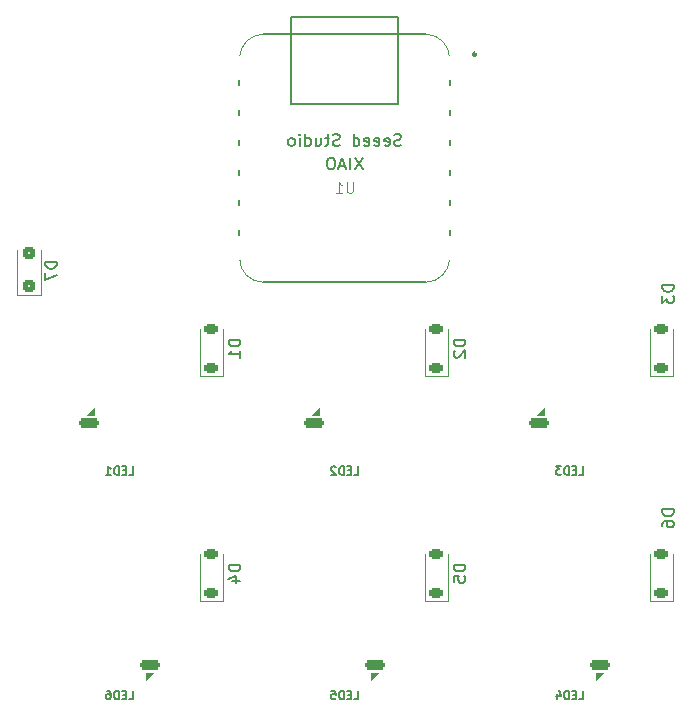
<source format=gbr>
%TF.GenerationSoftware,KiCad,Pcbnew,7.0.7*%
%TF.CreationDate,2023-09-20T23:35:26+09:00*%
%TF.ProjectId,Proto6,50726f74-6f36-42e6-9b69-6361645f7063,rev?*%
%TF.SameCoordinates,Original*%
%TF.FileFunction,Legend,Bot*%
%TF.FilePolarity,Positive*%
%FSLAX46Y46*%
G04 Gerber Fmt 4.6, Leading zero omitted, Abs format (unit mm)*
G04 Created by KiCad (PCBNEW 7.0.7) date 2023-09-20 23:35:26*
%MOMM*%
%LPD*%
G01*
G04 APERTURE LIST*
G04 Aperture macros list*
%AMRoundRect*
0 Rectangle with rounded corners*
0 $1 Rounding radius*
0 $2 $3 $4 $5 $6 $7 $8 $9 X,Y pos of 4 corners*
0 Add a 4 corners polygon primitive as box body*
4,1,4,$2,$3,$4,$5,$6,$7,$8,$9,$2,$3,0*
0 Add four circle primitives for the rounded corners*
1,1,$1+$1,$2,$3*
1,1,$1+$1,$4,$5*
1,1,$1+$1,$6,$7*
1,1,$1+$1,$8,$9*
0 Add four rect primitives between the rounded corners*
20,1,$1+$1,$2,$3,$4,$5,0*
20,1,$1+$1,$4,$5,$6,$7,0*
20,1,$1+$1,$6,$7,$8,$9,0*
20,1,$1+$1,$8,$9,$2,$3,0*%
G04 Aperture macros list end*
%ADD10C,0.150000*%
%ADD11C,0.101600*%
%ADD12C,0.100000*%
%ADD13C,0.120000*%
%ADD14C,0.127000*%
%ADD15C,0.254000*%
%ADD16C,0.025400*%
%ADD17R,2.000000X2.000000*%
%ADD18C,2.000000*%
%ADD19R,3.000000X2.500000*%
%ADD20C,1.701800*%
%ADD21C,3.987800*%
%ADD22C,2.300000*%
%ADD23R,1.700000X0.820000*%
%ADD24RoundRect,0.205000X-0.645000X-0.205000X0.645000X-0.205000X0.645000X0.205000X-0.645000X0.205000X0*%
%ADD25RoundRect,0.205000X0.645000X0.205000X-0.645000X0.205000X-0.645000X-0.205000X0.645000X-0.205000X0*%
%ADD26RoundRect,0.225000X0.375000X-0.225000X0.375000X0.225000X-0.375000X0.225000X-0.375000X-0.225000X0*%
%ADD27RoundRect,0.250000X0.300000X-0.300000X0.300000X0.300000X-0.300000X0.300000X-0.300000X-0.300000X0*%
%ADD28R,3.000000X2.000000*%
%ADD29C,1.500000*%
%ADD30R,1.300000X2.300000*%
G04 APERTURE END LIST*
D10*
X76983333Y-103941033D02*
X77316666Y-103941033D01*
X77316666Y-103941033D02*
X77316666Y-103241033D01*
X76749999Y-103574366D02*
X76516666Y-103574366D01*
X76416666Y-103941033D02*
X76749999Y-103941033D01*
X76749999Y-103941033D02*
X76749999Y-103241033D01*
X76749999Y-103241033D02*
X76416666Y-103241033D01*
X76116666Y-103941033D02*
X76116666Y-103241033D01*
X76116666Y-103241033D02*
X75949999Y-103241033D01*
X75949999Y-103241033D02*
X75849999Y-103274366D01*
X75849999Y-103274366D02*
X75783333Y-103341033D01*
X75783333Y-103341033D02*
X75749999Y-103407700D01*
X75749999Y-103407700D02*
X75716666Y-103541033D01*
X75716666Y-103541033D02*
X75716666Y-103641033D01*
X75716666Y-103641033D02*
X75749999Y-103774366D01*
X75749999Y-103774366D02*
X75783333Y-103841033D01*
X75783333Y-103841033D02*
X75849999Y-103907700D01*
X75849999Y-103907700D02*
X75949999Y-103941033D01*
X75949999Y-103941033D02*
X76116666Y-103941033D01*
X75083333Y-103241033D02*
X75416666Y-103241033D01*
X75416666Y-103241033D02*
X75449999Y-103574366D01*
X75449999Y-103574366D02*
X75416666Y-103541033D01*
X75416666Y-103541033D02*
X75349999Y-103507700D01*
X75349999Y-103507700D02*
X75183333Y-103507700D01*
X75183333Y-103507700D02*
X75116666Y-103541033D01*
X75116666Y-103541033D02*
X75083333Y-103574366D01*
X75083333Y-103574366D02*
X75049999Y-103641033D01*
X75049999Y-103641033D02*
X75049999Y-103807700D01*
X75049999Y-103807700D02*
X75083333Y-103874366D01*
X75083333Y-103874366D02*
X75116666Y-103907700D01*
X75116666Y-103907700D02*
X75183333Y-103941033D01*
X75183333Y-103941033D02*
X75349999Y-103941033D01*
X75349999Y-103941033D02*
X75416666Y-103907700D01*
X75416666Y-103907700D02*
X75449999Y-103874366D01*
X76983333Y-84941033D02*
X77316666Y-84941033D01*
X77316666Y-84941033D02*
X77316666Y-84241033D01*
X76749999Y-84574366D02*
X76516666Y-84574366D01*
X76416666Y-84941033D02*
X76749999Y-84941033D01*
X76749999Y-84941033D02*
X76749999Y-84241033D01*
X76749999Y-84241033D02*
X76416666Y-84241033D01*
X76116666Y-84941033D02*
X76116666Y-84241033D01*
X76116666Y-84241033D02*
X75949999Y-84241033D01*
X75949999Y-84241033D02*
X75849999Y-84274366D01*
X75849999Y-84274366D02*
X75783333Y-84341033D01*
X75783333Y-84341033D02*
X75749999Y-84407700D01*
X75749999Y-84407700D02*
X75716666Y-84541033D01*
X75716666Y-84541033D02*
X75716666Y-84641033D01*
X75716666Y-84641033D02*
X75749999Y-84774366D01*
X75749999Y-84774366D02*
X75783333Y-84841033D01*
X75783333Y-84841033D02*
X75849999Y-84907700D01*
X75849999Y-84907700D02*
X75949999Y-84941033D01*
X75949999Y-84941033D02*
X76116666Y-84941033D01*
X75449999Y-84307700D02*
X75416666Y-84274366D01*
X75416666Y-84274366D02*
X75349999Y-84241033D01*
X75349999Y-84241033D02*
X75183333Y-84241033D01*
X75183333Y-84241033D02*
X75116666Y-84274366D01*
X75116666Y-84274366D02*
X75083333Y-84307700D01*
X75083333Y-84307700D02*
X75049999Y-84374366D01*
X75049999Y-84374366D02*
X75049999Y-84441033D01*
X75049999Y-84441033D02*
X75083333Y-84541033D01*
X75083333Y-84541033D02*
X75483333Y-84941033D01*
X75483333Y-84941033D02*
X75049999Y-84941033D01*
X57933333Y-103941033D02*
X58266666Y-103941033D01*
X58266666Y-103941033D02*
X58266666Y-103241033D01*
X57699999Y-103574366D02*
X57466666Y-103574366D01*
X57366666Y-103941033D02*
X57699999Y-103941033D01*
X57699999Y-103941033D02*
X57699999Y-103241033D01*
X57699999Y-103241033D02*
X57366666Y-103241033D01*
X57066666Y-103941033D02*
X57066666Y-103241033D01*
X57066666Y-103241033D02*
X56899999Y-103241033D01*
X56899999Y-103241033D02*
X56799999Y-103274366D01*
X56799999Y-103274366D02*
X56733333Y-103341033D01*
X56733333Y-103341033D02*
X56699999Y-103407700D01*
X56699999Y-103407700D02*
X56666666Y-103541033D01*
X56666666Y-103541033D02*
X56666666Y-103641033D01*
X56666666Y-103641033D02*
X56699999Y-103774366D01*
X56699999Y-103774366D02*
X56733333Y-103841033D01*
X56733333Y-103841033D02*
X56799999Y-103907700D01*
X56799999Y-103907700D02*
X56899999Y-103941033D01*
X56899999Y-103941033D02*
X57066666Y-103941033D01*
X56066666Y-103241033D02*
X56199999Y-103241033D01*
X56199999Y-103241033D02*
X56266666Y-103274366D01*
X56266666Y-103274366D02*
X56299999Y-103307700D01*
X56299999Y-103307700D02*
X56366666Y-103407700D01*
X56366666Y-103407700D02*
X56399999Y-103541033D01*
X56399999Y-103541033D02*
X56399999Y-103807700D01*
X56399999Y-103807700D02*
X56366666Y-103874366D01*
X56366666Y-103874366D02*
X56333333Y-103907700D01*
X56333333Y-103907700D02*
X56266666Y-103941033D01*
X56266666Y-103941033D02*
X56133333Y-103941033D01*
X56133333Y-103941033D02*
X56066666Y-103907700D01*
X56066666Y-103907700D02*
X56033333Y-103874366D01*
X56033333Y-103874366D02*
X55999999Y-103807700D01*
X55999999Y-103807700D02*
X55999999Y-103641033D01*
X55999999Y-103641033D02*
X56033333Y-103574366D01*
X56033333Y-103574366D02*
X56066666Y-103541033D01*
X56066666Y-103541033D02*
X56133333Y-103507700D01*
X56133333Y-103507700D02*
X56266666Y-103507700D01*
X56266666Y-103507700D02*
X56333333Y-103541033D01*
X56333333Y-103541033D02*
X56366666Y-103574366D01*
X56366666Y-103574366D02*
X56399999Y-103641033D01*
X104079819Y-87886905D02*
X103079819Y-87886905D01*
X103079819Y-87886905D02*
X103079819Y-88125000D01*
X103079819Y-88125000D02*
X103127438Y-88267857D01*
X103127438Y-88267857D02*
X103222676Y-88363095D01*
X103222676Y-88363095D02*
X103317914Y-88410714D01*
X103317914Y-88410714D02*
X103508390Y-88458333D01*
X103508390Y-88458333D02*
X103651247Y-88458333D01*
X103651247Y-88458333D02*
X103841723Y-88410714D01*
X103841723Y-88410714D02*
X103936961Y-88363095D01*
X103936961Y-88363095D02*
X104032200Y-88267857D01*
X104032200Y-88267857D02*
X104079819Y-88125000D01*
X104079819Y-88125000D02*
X104079819Y-87886905D01*
X103079819Y-89315476D02*
X103079819Y-89125000D01*
X103079819Y-89125000D02*
X103127438Y-89029762D01*
X103127438Y-89029762D02*
X103175057Y-88982143D01*
X103175057Y-88982143D02*
X103317914Y-88886905D01*
X103317914Y-88886905D02*
X103508390Y-88839286D01*
X103508390Y-88839286D02*
X103889342Y-88839286D01*
X103889342Y-88839286D02*
X103984580Y-88886905D01*
X103984580Y-88886905D02*
X104032200Y-88934524D01*
X104032200Y-88934524D02*
X104079819Y-89029762D01*
X104079819Y-89029762D02*
X104079819Y-89220238D01*
X104079819Y-89220238D02*
X104032200Y-89315476D01*
X104032200Y-89315476D02*
X103984580Y-89363095D01*
X103984580Y-89363095D02*
X103889342Y-89410714D01*
X103889342Y-89410714D02*
X103651247Y-89410714D01*
X103651247Y-89410714D02*
X103556009Y-89363095D01*
X103556009Y-89363095D02*
X103508390Y-89315476D01*
X103508390Y-89315476D02*
X103460771Y-89220238D01*
X103460771Y-89220238D02*
X103460771Y-89029762D01*
X103460771Y-89029762D02*
X103508390Y-88934524D01*
X103508390Y-88934524D02*
X103556009Y-88886905D01*
X103556009Y-88886905D02*
X103651247Y-88839286D01*
X67374819Y-92561905D02*
X66374819Y-92561905D01*
X66374819Y-92561905D02*
X66374819Y-92800000D01*
X66374819Y-92800000D02*
X66422438Y-92942857D01*
X66422438Y-92942857D02*
X66517676Y-93038095D01*
X66517676Y-93038095D02*
X66612914Y-93085714D01*
X66612914Y-93085714D02*
X66803390Y-93133333D01*
X66803390Y-93133333D02*
X66946247Y-93133333D01*
X66946247Y-93133333D02*
X67136723Y-93085714D01*
X67136723Y-93085714D02*
X67231961Y-93038095D01*
X67231961Y-93038095D02*
X67327200Y-92942857D01*
X67327200Y-92942857D02*
X67374819Y-92800000D01*
X67374819Y-92800000D02*
X67374819Y-92561905D01*
X66708152Y-93990476D02*
X67374819Y-93990476D01*
X66327200Y-93752381D02*
X67041485Y-93514286D01*
X67041485Y-93514286D02*
X67041485Y-94133333D01*
X51839819Y-66926405D02*
X50839819Y-66926405D01*
X50839819Y-66926405D02*
X50839819Y-67164500D01*
X50839819Y-67164500D02*
X50887438Y-67307357D01*
X50887438Y-67307357D02*
X50982676Y-67402595D01*
X50982676Y-67402595D02*
X51077914Y-67450214D01*
X51077914Y-67450214D02*
X51268390Y-67497833D01*
X51268390Y-67497833D02*
X51411247Y-67497833D01*
X51411247Y-67497833D02*
X51601723Y-67450214D01*
X51601723Y-67450214D02*
X51696961Y-67402595D01*
X51696961Y-67402595D02*
X51792200Y-67307357D01*
X51792200Y-67307357D02*
X51839819Y-67164500D01*
X51839819Y-67164500D02*
X51839819Y-66926405D01*
X50839819Y-67831167D02*
X50839819Y-68497833D01*
X50839819Y-68497833D02*
X51839819Y-68069262D01*
X96033333Y-84941033D02*
X96366666Y-84941033D01*
X96366666Y-84941033D02*
X96366666Y-84241033D01*
X95799999Y-84574366D02*
X95566666Y-84574366D01*
X95466666Y-84941033D02*
X95799999Y-84941033D01*
X95799999Y-84941033D02*
X95799999Y-84241033D01*
X95799999Y-84241033D02*
X95466666Y-84241033D01*
X95166666Y-84941033D02*
X95166666Y-84241033D01*
X95166666Y-84241033D02*
X94999999Y-84241033D01*
X94999999Y-84241033D02*
X94899999Y-84274366D01*
X94899999Y-84274366D02*
X94833333Y-84341033D01*
X94833333Y-84341033D02*
X94799999Y-84407700D01*
X94799999Y-84407700D02*
X94766666Y-84541033D01*
X94766666Y-84541033D02*
X94766666Y-84641033D01*
X94766666Y-84641033D02*
X94799999Y-84774366D01*
X94799999Y-84774366D02*
X94833333Y-84841033D01*
X94833333Y-84841033D02*
X94899999Y-84907700D01*
X94899999Y-84907700D02*
X94999999Y-84941033D01*
X94999999Y-84941033D02*
X95166666Y-84941033D01*
X94533333Y-84241033D02*
X94099999Y-84241033D01*
X94099999Y-84241033D02*
X94333333Y-84507700D01*
X94333333Y-84507700D02*
X94233333Y-84507700D01*
X94233333Y-84507700D02*
X94166666Y-84541033D01*
X94166666Y-84541033D02*
X94133333Y-84574366D01*
X94133333Y-84574366D02*
X94099999Y-84641033D01*
X94099999Y-84641033D02*
X94099999Y-84807700D01*
X94099999Y-84807700D02*
X94133333Y-84874366D01*
X94133333Y-84874366D02*
X94166666Y-84907700D01*
X94166666Y-84907700D02*
X94233333Y-84941033D01*
X94233333Y-84941033D02*
X94433333Y-84941033D01*
X94433333Y-84941033D02*
X94499999Y-84907700D01*
X94499999Y-84907700D02*
X94533333Y-84874366D01*
X104079819Y-68886905D02*
X103079819Y-68886905D01*
X103079819Y-68886905D02*
X103079819Y-69125000D01*
X103079819Y-69125000D02*
X103127438Y-69267857D01*
X103127438Y-69267857D02*
X103222676Y-69363095D01*
X103222676Y-69363095D02*
X103317914Y-69410714D01*
X103317914Y-69410714D02*
X103508390Y-69458333D01*
X103508390Y-69458333D02*
X103651247Y-69458333D01*
X103651247Y-69458333D02*
X103841723Y-69410714D01*
X103841723Y-69410714D02*
X103936961Y-69363095D01*
X103936961Y-69363095D02*
X104032200Y-69267857D01*
X104032200Y-69267857D02*
X104079819Y-69125000D01*
X104079819Y-69125000D02*
X104079819Y-68886905D01*
X103079819Y-69791667D02*
X103079819Y-70410714D01*
X103079819Y-70410714D02*
X103460771Y-70077381D01*
X103460771Y-70077381D02*
X103460771Y-70220238D01*
X103460771Y-70220238D02*
X103508390Y-70315476D01*
X103508390Y-70315476D02*
X103556009Y-70363095D01*
X103556009Y-70363095D02*
X103651247Y-70410714D01*
X103651247Y-70410714D02*
X103889342Y-70410714D01*
X103889342Y-70410714D02*
X103984580Y-70363095D01*
X103984580Y-70363095D02*
X104032200Y-70315476D01*
X104032200Y-70315476D02*
X104079819Y-70220238D01*
X104079819Y-70220238D02*
X104079819Y-69934524D01*
X104079819Y-69934524D02*
X104032200Y-69839286D01*
X104032200Y-69839286D02*
X103984580Y-69791667D01*
X96033333Y-103941033D02*
X96366666Y-103941033D01*
X96366666Y-103941033D02*
X96366666Y-103241033D01*
X95799999Y-103574366D02*
X95566666Y-103574366D01*
X95466666Y-103941033D02*
X95799999Y-103941033D01*
X95799999Y-103941033D02*
X95799999Y-103241033D01*
X95799999Y-103241033D02*
X95466666Y-103241033D01*
X95166666Y-103941033D02*
X95166666Y-103241033D01*
X95166666Y-103241033D02*
X94999999Y-103241033D01*
X94999999Y-103241033D02*
X94899999Y-103274366D01*
X94899999Y-103274366D02*
X94833333Y-103341033D01*
X94833333Y-103341033D02*
X94799999Y-103407700D01*
X94799999Y-103407700D02*
X94766666Y-103541033D01*
X94766666Y-103541033D02*
X94766666Y-103641033D01*
X94766666Y-103641033D02*
X94799999Y-103774366D01*
X94799999Y-103774366D02*
X94833333Y-103841033D01*
X94833333Y-103841033D02*
X94899999Y-103907700D01*
X94899999Y-103907700D02*
X94999999Y-103941033D01*
X94999999Y-103941033D02*
X95166666Y-103941033D01*
X94166666Y-103474366D02*
X94166666Y-103941033D01*
X94333333Y-103207700D02*
X94499999Y-103707700D01*
X94499999Y-103707700D02*
X94066666Y-103707700D01*
X86424819Y-92561905D02*
X85424819Y-92561905D01*
X85424819Y-92561905D02*
X85424819Y-92800000D01*
X85424819Y-92800000D02*
X85472438Y-92942857D01*
X85472438Y-92942857D02*
X85567676Y-93038095D01*
X85567676Y-93038095D02*
X85662914Y-93085714D01*
X85662914Y-93085714D02*
X85853390Y-93133333D01*
X85853390Y-93133333D02*
X85996247Y-93133333D01*
X85996247Y-93133333D02*
X86186723Y-93085714D01*
X86186723Y-93085714D02*
X86281961Y-93038095D01*
X86281961Y-93038095D02*
X86377200Y-92942857D01*
X86377200Y-92942857D02*
X86424819Y-92800000D01*
X86424819Y-92800000D02*
X86424819Y-92561905D01*
X85424819Y-94038095D02*
X85424819Y-93561905D01*
X85424819Y-93561905D02*
X85901009Y-93514286D01*
X85901009Y-93514286D02*
X85853390Y-93561905D01*
X85853390Y-93561905D02*
X85805771Y-93657143D01*
X85805771Y-93657143D02*
X85805771Y-93895238D01*
X85805771Y-93895238D02*
X85853390Y-93990476D01*
X85853390Y-93990476D02*
X85901009Y-94038095D01*
X85901009Y-94038095D02*
X85996247Y-94085714D01*
X85996247Y-94085714D02*
X86234342Y-94085714D01*
X86234342Y-94085714D02*
X86329580Y-94038095D01*
X86329580Y-94038095D02*
X86377200Y-93990476D01*
X86377200Y-93990476D02*
X86424819Y-93895238D01*
X86424819Y-93895238D02*
X86424819Y-93657143D01*
X86424819Y-93657143D02*
X86377200Y-93561905D01*
X86377200Y-93561905D02*
X86329580Y-93514286D01*
D11*
X76877333Y-60206985D02*
X76877333Y-60926652D01*
X76877333Y-60926652D02*
X76835000Y-61011318D01*
X76835000Y-61011318D02*
X76792666Y-61053652D01*
X76792666Y-61053652D02*
X76708000Y-61095985D01*
X76708000Y-61095985D02*
X76538666Y-61095985D01*
X76538666Y-61095985D02*
X76454000Y-61053652D01*
X76454000Y-61053652D02*
X76411666Y-61011318D01*
X76411666Y-61011318D02*
X76369333Y-60926652D01*
X76369333Y-60926652D02*
X76369333Y-60206985D01*
X75480333Y-61095985D02*
X75988333Y-61095985D01*
X75734333Y-61095985D02*
X75734333Y-60206985D01*
X75734333Y-60206985D02*
X75819000Y-60333985D01*
X75819000Y-60333985D02*
X75903667Y-60418652D01*
X75903667Y-60418652D02*
X75988333Y-60460985D01*
D10*
X77723808Y-58104819D02*
X77057142Y-59104819D01*
X77057142Y-58104819D02*
X77723808Y-59104819D01*
X76676189Y-59104819D02*
X76676189Y-58104819D01*
X76247618Y-58819104D02*
X75771428Y-58819104D01*
X76342856Y-59104819D02*
X76009523Y-58104819D01*
X76009523Y-58104819D02*
X75676190Y-59104819D01*
X75152380Y-58104819D02*
X74961904Y-58104819D01*
X74961904Y-58104819D02*
X74866666Y-58152438D01*
X74866666Y-58152438D02*
X74771428Y-58247676D01*
X74771428Y-58247676D02*
X74723809Y-58438152D01*
X74723809Y-58438152D02*
X74723809Y-58771485D01*
X74723809Y-58771485D02*
X74771428Y-58961961D01*
X74771428Y-58961961D02*
X74866666Y-59057200D01*
X74866666Y-59057200D02*
X74961904Y-59104819D01*
X74961904Y-59104819D02*
X75152380Y-59104819D01*
X75152380Y-59104819D02*
X75247618Y-59057200D01*
X75247618Y-59057200D02*
X75342856Y-58961961D01*
X75342856Y-58961961D02*
X75390475Y-58771485D01*
X75390475Y-58771485D02*
X75390475Y-58438152D01*
X75390475Y-58438152D02*
X75342856Y-58247676D01*
X75342856Y-58247676D02*
X75247618Y-58152438D01*
X75247618Y-58152438D02*
X75152380Y-58104819D01*
X80961904Y-57057200D02*
X80819047Y-57104819D01*
X80819047Y-57104819D02*
X80580952Y-57104819D01*
X80580952Y-57104819D02*
X80485714Y-57057200D01*
X80485714Y-57057200D02*
X80438095Y-57009580D01*
X80438095Y-57009580D02*
X80390476Y-56914342D01*
X80390476Y-56914342D02*
X80390476Y-56819104D01*
X80390476Y-56819104D02*
X80438095Y-56723866D01*
X80438095Y-56723866D02*
X80485714Y-56676247D01*
X80485714Y-56676247D02*
X80580952Y-56628628D01*
X80580952Y-56628628D02*
X80771428Y-56581009D01*
X80771428Y-56581009D02*
X80866666Y-56533390D01*
X80866666Y-56533390D02*
X80914285Y-56485771D01*
X80914285Y-56485771D02*
X80961904Y-56390533D01*
X80961904Y-56390533D02*
X80961904Y-56295295D01*
X80961904Y-56295295D02*
X80914285Y-56200057D01*
X80914285Y-56200057D02*
X80866666Y-56152438D01*
X80866666Y-56152438D02*
X80771428Y-56104819D01*
X80771428Y-56104819D02*
X80533333Y-56104819D01*
X80533333Y-56104819D02*
X80390476Y-56152438D01*
X79580952Y-57057200D02*
X79676190Y-57104819D01*
X79676190Y-57104819D02*
X79866666Y-57104819D01*
X79866666Y-57104819D02*
X79961904Y-57057200D01*
X79961904Y-57057200D02*
X80009523Y-56961961D01*
X80009523Y-56961961D02*
X80009523Y-56581009D01*
X80009523Y-56581009D02*
X79961904Y-56485771D01*
X79961904Y-56485771D02*
X79866666Y-56438152D01*
X79866666Y-56438152D02*
X79676190Y-56438152D01*
X79676190Y-56438152D02*
X79580952Y-56485771D01*
X79580952Y-56485771D02*
X79533333Y-56581009D01*
X79533333Y-56581009D02*
X79533333Y-56676247D01*
X79533333Y-56676247D02*
X80009523Y-56771485D01*
X78723809Y-57057200D02*
X78819047Y-57104819D01*
X78819047Y-57104819D02*
X79009523Y-57104819D01*
X79009523Y-57104819D02*
X79104761Y-57057200D01*
X79104761Y-57057200D02*
X79152380Y-56961961D01*
X79152380Y-56961961D02*
X79152380Y-56581009D01*
X79152380Y-56581009D02*
X79104761Y-56485771D01*
X79104761Y-56485771D02*
X79009523Y-56438152D01*
X79009523Y-56438152D02*
X78819047Y-56438152D01*
X78819047Y-56438152D02*
X78723809Y-56485771D01*
X78723809Y-56485771D02*
X78676190Y-56581009D01*
X78676190Y-56581009D02*
X78676190Y-56676247D01*
X78676190Y-56676247D02*
X79152380Y-56771485D01*
X77866666Y-57057200D02*
X77961904Y-57104819D01*
X77961904Y-57104819D02*
X78152380Y-57104819D01*
X78152380Y-57104819D02*
X78247618Y-57057200D01*
X78247618Y-57057200D02*
X78295237Y-56961961D01*
X78295237Y-56961961D02*
X78295237Y-56581009D01*
X78295237Y-56581009D02*
X78247618Y-56485771D01*
X78247618Y-56485771D02*
X78152380Y-56438152D01*
X78152380Y-56438152D02*
X77961904Y-56438152D01*
X77961904Y-56438152D02*
X77866666Y-56485771D01*
X77866666Y-56485771D02*
X77819047Y-56581009D01*
X77819047Y-56581009D02*
X77819047Y-56676247D01*
X77819047Y-56676247D02*
X78295237Y-56771485D01*
X76961904Y-57104819D02*
X76961904Y-56104819D01*
X76961904Y-57057200D02*
X77057142Y-57104819D01*
X77057142Y-57104819D02*
X77247618Y-57104819D01*
X77247618Y-57104819D02*
X77342856Y-57057200D01*
X77342856Y-57057200D02*
X77390475Y-57009580D01*
X77390475Y-57009580D02*
X77438094Y-56914342D01*
X77438094Y-56914342D02*
X77438094Y-56628628D01*
X77438094Y-56628628D02*
X77390475Y-56533390D01*
X77390475Y-56533390D02*
X77342856Y-56485771D01*
X77342856Y-56485771D02*
X77247618Y-56438152D01*
X77247618Y-56438152D02*
X77057142Y-56438152D01*
X77057142Y-56438152D02*
X76961904Y-56485771D01*
X75771427Y-57057200D02*
X75628570Y-57104819D01*
X75628570Y-57104819D02*
X75390475Y-57104819D01*
X75390475Y-57104819D02*
X75295237Y-57057200D01*
X75295237Y-57057200D02*
X75247618Y-57009580D01*
X75247618Y-57009580D02*
X75199999Y-56914342D01*
X75199999Y-56914342D02*
X75199999Y-56819104D01*
X75199999Y-56819104D02*
X75247618Y-56723866D01*
X75247618Y-56723866D02*
X75295237Y-56676247D01*
X75295237Y-56676247D02*
X75390475Y-56628628D01*
X75390475Y-56628628D02*
X75580951Y-56581009D01*
X75580951Y-56581009D02*
X75676189Y-56533390D01*
X75676189Y-56533390D02*
X75723808Y-56485771D01*
X75723808Y-56485771D02*
X75771427Y-56390533D01*
X75771427Y-56390533D02*
X75771427Y-56295295D01*
X75771427Y-56295295D02*
X75723808Y-56200057D01*
X75723808Y-56200057D02*
X75676189Y-56152438D01*
X75676189Y-56152438D02*
X75580951Y-56104819D01*
X75580951Y-56104819D02*
X75342856Y-56104819D01*
X75342856Y-56104819D02*
X75199999Y-56152438D01*
X74914284Y-56438152D02*
X74533332Y-56438152D01*
X74771427Y-56104819D02*
X74771427Y-56961961D01*
X74771427Y-56961961D02*
X74723808Y-57057200D01*
X74723808Y-57057200D02*
X74628570Y-57104819D01*
X74628570Y-57104819D02*
X74533332Y-57104819D01*
X73771427Y-56438152D02*
X73771427Y-57104819D01*
X74199998Y-56438152D02*
X74199998Y-56961961D01*
X74199998Y-56961961D02*
X74152379Y-57057200D01*
X74152379Y-57057200D02*
X74057141Y-57104819D01*
X74057141Y-57104819D02*
X73914284Y-57104819D01*
X73914284Y-57104819D02*
X73819046Y-57057200D01*
X73819046Y-57057200D02*
X73771427Y-57009580D01*
X72866665Y-57104819D02*
X72866665Y-56104819D01*
X72866665Y-57057200D02*
X72961903Y-57104819D01*
X72961903Y-57104819D02*
X73152379Y-57104819D01*
X73152379Y-57104819D02*
X73247617Y-57057200D01*
X73247617Y-57057200D02*
X73295236Y-57009580D01*
X73295236Y-57009580D02*
X73342855Y-56914342D01*
X73342855Y-56914342D02*
X73342855Y-56628628D01*
X73342855Y-56628628D02*
X73295236Y-56533390D01*
X73295236Y-56533390D02*
X73247617Y-56485771D01*
X73247617Y-56485771D02*
X73152379Y-56438152D01*
X73152379Y-56438152D02*
X72961903Y-56438152D01*
X72961903Y-56438152D02*
X72866665Y-56485771D01*
X72390474Y-57104819D02*
X72390474Y-56438152D01*
X72390474Y-56104819D02*
X72438093Y-56152438D01*
X72438093Y-56152438D02*
X72390474Y-56200057D01*
X72390474Y-56200057D02*
X72342855Y-56152438D01*
X72342855Y-56152438D02*
X72390474Y-56104819D01*
X72390474Y-56104819D02*
X72390474Y-56200057D01*
X71771427Y-57104819D02*
X71866665Y-57057200D01*
X71866665Y-57057200D02*
X71914284Y-57009580D01*
X71914284Y-57009580D02*
X71961903Y-56914342D01*
X71961903Y-56914342D02*
X71961903Y-56628628D01*
X71961903Y-56628628D02*
X71914284Y-56533390D01*
X71914284Y-56533390D02*
X71866665Y-56485771D01*
X71866665Y-56485771D02*
X71771427Y-56438152D01*
X71771427Y-56438152D02*
X71628570Y-56438152D01*
X71628570Y-56438152D02*
X71533332Y-56485771D01*
X71533332Y-56485771D02*
X71485713Y-56533390D01*
X71485713Y-56533390D02*
X71438094Y-56628628D01*
X71438094Y-56628628D02*
X71438094Y-56914342D01*
X71438094Y-56914342D02*
X71485713Y-57009580D01*
X71485713Y-57009580D02*
X71533332Y-57057200D01*
X71533332Y-57057200D02*
X71628570Y-57104819D01*
X71628570Y-57104819D02*
X71771427Y-57104819D01*
X67374819Y-73511905D02*
X66374819Y-73511905D01*
X66374819Y-73511905D02*
X66374819Y-73750000D01*
X66374819Y-73750000D02*
X66422438Y-73892857D01*
X66422438Y-73892857D02*
X66517676Y-73988095D01*
X66517676Y-73988095D02*
X66612914Y-74035714D01*
X66612914Y-74035714D02*
X66803390Y-74083333D01*
X66803390Y-74083333D02*
X66946247Y-74083333D01*
X66946247Y-74083333D02*
X67136723Y-74035714D01*
X67136723Y-74035714D02*
X67231961Y-73988095D01*
X67231961Y-73988095D02*
X67327200Y-73892857D01*
X67327200Y-73892857D02*
X67374819Y-73750000D01*
X67374819Y-73750000D02*
X67374819Y-73511905D01*
X67374819Y-75035714D02*
X67374819Y-74464286D01*
X67374819Y-74750000D02*
X66374819Y-74750000D01*
X66374819Y-74750000D02*
X66517676Y-74654762D01*
X66517676Y-74654762D02*
X66612914Y-74559524D01*
X66612914Y-74559524D02*
X66660533Y-74464286D01*
X57933333Y-84941033D02*
X58266666Y-84941033D01*
X58266666Y-84941033D02*
X58266666Y-84241033D01*
X57699999Y-84574366D02*
X57466666Y-84574366D01*
X57366666Y-84941033D02*
X57699999Y-84941033D01*
X57699999Y-84941033D02*
X57699999Y-84241033D01*
X57699999Y-84241033D02*
X57366666Y-84241033D01*
X57066666Y-84941033D02*
X57066666Y-84241033D01*
X57066666Y-84241033D02*
X56899999Y-84241033D01*
X56899999Y-84241033D02*
X56799999Y-84274366D01*
X56799999Y-84274366D02*
X56733333Y-84341033D01*
X56733333Y-84341033D02*
X56699999Y-84407700D01*
X56699999Y-84407700D02*
X56666666Y-84541033D01*
X56666666Y-84541033D02*
X56666666Y-84641033D01*
X56666666Y-84641033D02*
X56699999Y-84774366D01*
X56699999Y-84774366D02*
X56733333Y-84841033D01*
X56733333Y-84841033D02*
X56799999Y-84907700D01*
X56799999Y-84907700D02*
X56899999Y-84941033D01*
X56899999Y-84941033D02*
X57066666Y-84941033D01*
X55999999Y-84941033D02*
X56399999Y-84941033D01*
X56199999Y-84941033D02*
X56199999Y-84241033D01*
X56199999Y-84241033D02*
X56266666Y-84341033D01*
X56266666Y-84341033D02*
X56333333Y-84407700D01*
X56333333Y-84407700D02*
X56399999Y-84441033D01*
X86424819Y-73511905D02*
X85424819Y-73511905D01*
X85424819Y-73511905D02*
X85424819Y-73750000D01*
X85424819Y-73750000D02*
X85472438Y-73892857D01*
X85472438Y-73892857D02*
X85567676Y-73988095D01*
X85567676Y-73988095D02*
X85662914Y-74035714D01*
X85662914Y-74035714D02*
X85853390Y-74083333D01*
X85853390Y-74083333D02*
X85996247Y-74083333D01*
X85996247Y-74083333D02*
X86186723Y-74035714D01*
X86186723Y-74035714D02*
X86281961Y-73988095D01*
X86281961Y-73988095D02*
X86377200Y-73892857D01*
X86377200Y-73892857D02*
X86424819Y-73750000D01*
X86424819Y-73750000D02*
X86424819Y-73511905D01*
X85520057Y-74464286D02*
X85472438Y-74511905D01*
X85472438Y-74511905D02*
X85424819Y-74607143D01*
X85424819Y-74607143D02*
X85424819Y-74845238D01*
X85424819Y-74845238D02*
X85472438Y-74940476D01*
X85472438Y-74940476D02*
X85520057Y-74988095D01*
X85520057Y-74988095D02*
X85615295Y-75035714D01*
X85615295Y-75035714D02*
X85710533Y-75035714D01*
X85710533Y-75035714D02*
X85853390Y-74988095D01*
X85853390Y-74988095D02*
X86424819Y-74416667D01*
X86424819Y-74416667D02*
X86424819Y-75035714D01*
%TO.C,LED5*%
D12*
X78400000Y-102330000D02*
X78400000Y-101730000D01*
X79000000Y-101730000D01*
X78400000Y-102330000D01*
G36*
X78400000Y-102330000D02*
G01*
X78400000Y-101730000D01*
X79000000Y-101730000D01*
X78400000Y-102330000D01*
G37*
%TO.C,LED2*%
X74000000Y-79880000D02*
X73400000Y-79880000D01*
X74000000Y-79280000D01*
X74000000Y-79880000D01*
G36*
X74000000Y-79880000D02*
G01*
X73400000Y-79880000D01*
X74000000Y-79280000D01*
X74000000Y-79880000D01*
G37*
%TO.C,LED6*%
X59350000Y-102330000D02*
X59350000Y-101730000D01*
X59950000Y-101730000D01*
X59350000Y-102330000D01*
G36*
X59350000Y-102330000D02*
G01*
X59350000Y-101730000D01*
X59950000Y-101730000D01*
X59350000Y-102330000D01*
G37*
D13*
%TO.C,D6*%
X102020000Y-95660000D02*
X102020000Y-91650000D01*
X104020000Y-95660000D02*
X102020000Y-95660000D01*
X104020000Y-95660000D02*
X104020000Y-91650000D01*
%TO.C,D4*%
X63920000Y-95660000D02*
X63920000Y-91650000D01*
X65920000Y-95660000D02*
X63920000Y-95660000D01*
X65920000Y-95660000D02*
X65920000Y-91650000D01*
%TO.C,D7*%
X48480000Y-69747500D02*
X48480000Y-65887500D01*
X50480000Y-69747500D02*
X48480000Y-69747500D01*
X50480000Y-69747500D02*
X50480000Y-65887500D01*
%TO.C,LED3*%
D12*
X93050000Y-79880000D02*
X92450000Y-79880000D01*
X93050000Y-79280000D01*
X93050000Y-79880000D01*
G36*
X93050000Y-79880000D02*
G01*
X92450000Y-79880000D01*
X93050000Y-79280000D01*
X93050000Y-79880000D01*
G37*
D13*
%TO.C,D3*%
X102020000Y-76610000D02*
X102020000Y-72600000D01*
X104020000Y-76610000D02*
X102020000Y-76610000D01*
X104020000Y-76610000D02*
X104020000Y-72600000D01*
%TO.C,LED4*%
D12*
X97450000Y-102330000D02*
X97450000Y-101730000D01*
X98050000Y-101730000D01*
X97450000Y-102330000D01*
G36*
X97450000Y-102330000D02*
G01*
X97450000Y-101730000D01*
X98050000Y-101730000D01*
X97450000Y-102330000D01*
G37*
D13*
%TO.C,D5*%
X82970000Y-95660000D02*
X82970000Y-91650000D01*
X84970000Y-95660000D02*
X82970000Y-95660000D01*
X84970000Y-95660000D02*
X84970000Y-91650000D01*
D14*
%TO.C,U1*%
X85100000Y-49650000D02*
X85100000Y-66650000D01*
X83100000Y-68650000D02*
X69300000Y-68650000D01*
X80700000Y-53579270D02*
X80700000Y-46225970D01*
X80700000Y-46225970D02*
X71700000Y-46225970D01*
X71700000Y-53579270D02*
X80700000Y-53579270D01*
X71700000Y-46225970D02*
X71700000Y-53579270D01*
X69300000Y-47650910D02*
X83100000Y-47650910D01*
X67300000Y-66650000D02*
X67300000Y-49650000D01*
D13*
X83100000Y-68649999D02*
G75*
G03*
X85099999Y-66650000I-44857J2044856D01*
G01*
X85099999Y-49650000D02*
G75*
G03*
X83100000Y-47650001I-2044611J-44612D01*
G01*
X67300000Y-66650000D02*
G75*
G03*
X69300000Y-68650000I2000000J0D01*
G01*
X69300000Y-47650001D02*
G75*
G03*
X67300001Y-49650000I44610J-2044609D01*
G01*
D15*
X87327000Y-49350000D02*
G75*
G03*
X87327000Y-49350000I-127000J0D01*
G01*
D16*
X85084667Y-49539527D02*
X85087715Y-49588295D01*
X85080603Y-49490506D01*
X85084667Y-49539527D01*
X67357752Y-67060955D02*
X67347847Y-67012950D01*
X67338956Y-66964690D01*
X67331336Y-66916175D01*
X67324732Y-66867407D01*
X67319399Y-66818639D01*
X67315335Y-66769618D01*
X67312287Y-66720850D01*
X67310508Y-66671574D01*
X67357752Y-67060955D01*
D13*
%TO.C,D1*%
X63920000Y-76610000D02*
X63920000Y-72600000D01*
X65920000Y-76610000D02*
X63920000Y-76610000D01*
X65920000Y-76610000D02*
X65920000Y-72600000D01*
%TO.C,LED1*%
D12*
X54950000Y-79880000D02*
X54350000Y-79880000D01*
X54950000Y-79280000D01*
X54950000Y-79880000D01*
G36*
X54950000Y-79880000D02*
G01*
X54350000Y-79880000D01*
X54950000Y-79280000D01*
X54950000Y-79880000D01*
G37*
D13*
%TO.C,D2*%
X82970000Y-76610000D02*
X82970000Y-72600000D01*
X84970000Y-76610000D02*
X82970000Y-76610000D01*
X84970000Y-76610000D02*
X84970000Y-72600000D01*
%TD*%
%LPC*%
D17*
%TO.C,RE1*%
X49650000Y-54650000D03*
D18*
X49650000Y-59650000D03*
X49650000Y-57150000D03*
D19*
X57150000Y-51550000D03*
X57150000Y-62750000D03*
%TD*%
D20*
%TO.C,SW5*%
X71120000Y-95250000D03*
D21*
X76200000Y-95250000D03*
D20*
X81280000Y-95250000D03*
D22*
X72390000Y-92710000D03*
X78740000Y-90170000D03*
%TD*%
D20*
%TO.C,SW6*%
X90170000Y-95250000D03*
D21*
X95250000Y-95250000D03*
D20*
X100330000Y-95250000D03*
D22*
X91440000Y-92710000D03*
X97790000Y-90170000D03*
%TD*%
D20*
%TO.C,SW4*%
X52070000Y-95250000D03*
D21*
X57150000Y-95250000D03*
D20*
X62230000Y-95250000D03*
D22*
X53340000Y-92710000D03*
X59690000Y-90170000D03*
%TD*%
D20*
%TO.C,SW1*%
X52070000Y-76200000D03*
D21*
X57150000Y-76200000D03*
D20*
X62230000Y-76200000D03*
D22*
X53340000Y-73660000D03*
X59690000Y-71120000D03*
%TD*%
D20*
%TO.C,SW2*%
X71120000Y-76200000D03*
D21*
X76200000Y-76200000D03*
D20*
X81280000Y-76200000D03*
D22*
X72390000Y-73660000D03*
X78740000Y-71120000D03*
%TD*%
D17*
%TO.C,RE2*%
X102750000Y-59650000D03*
D18*
X102750000Y-54650000D03*
X102750000Y-57150000D03*
D19*
X95250000Y-62750000D03*
X95250000Y-51550000D03*
%TD*%
D20*
%TO.C,SW3*%
X90170000Y-76200000D03*
D21*
X95250000Y-76200000D03*
D20*
X100330000Y-76200000D03*
D22*
X91440000Y-73660000D03*
X97790000Y-71120000D03*
%TD*%
D23*
%TO.C,LED5*%
X73650000Y-99580000D03*
X73650000Y-101080000D03*
D24*
X78750000Y-101080000D03*
D23*
X78750000Y-99580000D03*
%TD*%
%TO.C,LED2*%
X78750000Y-82030000D03*
X78750000Y-80530000D03*
D25*
X73650000Y-80530000D03*
D23*
X73650000Y-82030000D03*
%TD*%
%TO.C,LED6*%
X54600000Y-99580000D03*
X54600000Y-101080000D03*
D24*
X59700000Y-101080000D03*
D23*
X59700000Y-99580000D03*
%TD*%
D26*
%TO.C,D6*%
X103020000Y-94950000D03*
X103020000Y-91650000D03*
%TD*%
%TO.C,D4*%
X64920000Y-94950000D03*
X64920000Y-91650000D03*
%TD*%
D27*
%TO.C,D7*%
X49480000Y-68937500D03*
X49480000Y-66137500D03*
%TD*%
D23*
%TO.C,LED3*%
X97800000Y-82030000D03*
X97800000Y-80530000D03*
D25*
X92700000Y-80530000D03*
D23*
X92700000Y-82030000D03*
%TD*%
D26*
%TO.C,D3*%
X103020000Y-75900000D03*
X103020000Y-72600000D03*
%TD*%
D23*
%TO.C,LED4*%
X92700000Y-99580000D03*
X92700000Y-101080000D03*
D24*
X97800000Y-101080000D03*
D23*
X97800000Y-99580000D03*
%TD*%
D26*
%TO.C,D5*%
X83970000Y-94950000D03*
X83970000Y-91650000D03*
%TD*%
D28*
%TO.C,U1*%
X84700000Y-50530000D03*
X84700000Y-53070000D03*
X84700000Y-55610000D03*
X84700000Y-58150000D03*
X84700000Y-60690000D03*
X84700000Y-63230000D03*
X84700000Y-65770000D03*
X67700000Y-65770000D03*
X67700000Y-63230000D03*
X67700000Y-60690000D03*
X67700000Y-58150000D03*
X67700000Y-55610000D03*
X67700000Y-53070000D03*
X67700000Y-50530000D03*
D29*
X77470000Y-49760000D03*
X74930000Y-49760000D03*
X77470000Y-52300000D03*
X74930000Y-52300000D03*
D30*
X77470000Y-66750000D03*
X74930000Y-66750000D03*
%TD*%
D26*
%TO.C,D1*%
X64920000Y-75900000D03*
X64920000Y-72600000D03*
%TD*%
D23*
%TO.C,LED1*%
X59700000Y-82030000D03*
X59700000Y-80530000D03*
D25*
X54600000Y-80530000D03*
D23*
X54600000Y-82030000D03*
%TD*%
D26*
%TO.C,D2*%
X83970000Y-75900000D03*
X83970000Y-72600000D03*
%TD*%
%LPD*%
M02*

</source>
